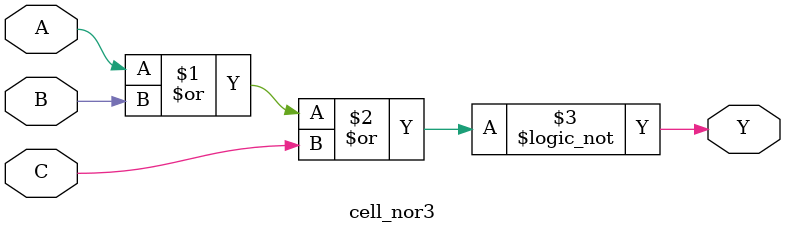
<source format=v>
`timescale 1ps/1ps
module cell_nor3
(
    input wire A,
    input wire B,
    input wire C,
    output wire Y
);
    assign Y = !(A | B | C);
endmodule

</source>
